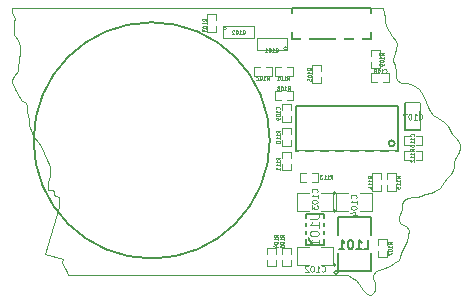
<source format=gbo>
G04 (created by PCBNEW (2013-may-18)-stable) date Mon 02 Nov 2015 08:05:35 PM CST*
%MOIN*%
G04 Gerber Fmt 3.4, Leading zero omitted, Abs format*
%FSLAX34Y34*%
G01*
G70*
G90*
G04 APERTURE LIST*
%ADD10C,0.00590551*%
%ADD11C,0.00393701*%
%ADD12C,0.005*%
%ADD13C,0.0031*%
%ADD14C,0.0039*%
%ADD15C,0.0028*%
%ADD16C,0.003*%
%ADD17C,0.0043*%
%ADD18C,0.0045*%
%ADD19C,0.03*%
%ADD20R,0.0393701X0.015748*%
%ADD21R,0.0275591X0.0590551*%
%ADD22C,0.0354331*%
%ADD23R,0.0354331X0.0590551*%
%ADD24R,0.023622X0.0590551*%
%ADD25C,0.7*%
%ADD26R,0.0315X0.0394*%
%ADD27R,0.1X0.05*%
%ADD28R,0.035X0.055*%
%ADD29R,0.045X0.025*%
%ADD30R,0.0236X0.0157*%
%ADD31R,0.0157X0.0236*%
G04 APERTURE END LIST*
G54D10*
G54D11*
X73040Y-56360D02*
X73040Y-56200D01*
X73120Y-56440D02*
X73040Y-56360D01*
X73140Y-56540D02*
X73120Y-56440D01*
X73120Y-56620D02*
X73140Y-56540D01*
X73100Y-56840D02*
X73120Y-56620D01*
X73100Y-57080D02*
X73100Y-56840D01*
X73160Y-57120D02*
X73100Y-57080D01*
X73260Y-57240D02*
X73160Y-57120D01*
X73300Y-57440D02*
X73260Y-57240D01*
X73320Y-57700D02*
X73300Y-57440D01*
X73280Y-57880D02*
X73320Y-57700D01*
X73260Y-58180D02*
X73280Y-57880D01*
X73240Y-58280D02*
X73260Y-58180D01*
X73100Y-58460D02*
X73240Y-58280D01*
X73040Y-58600D02*
X73100Y-58460D01*
X73040Y-58700D02*
X73040Y-58600D01*
X73100Y-58780D02*
X73040Y-58700D01*
X73160Y-58880D02*
X73100Y-58780D01*
X73300Y-59200D02*
X73160Y-58880D01*
X73380Y-59280D02*
X73300Y-59200D01*
X73480Y-59320D02*
X73380Y-59280D01*
X73540Y-59420D02*
X73480Y-59320D01*
X73560Y-59640D02*
X73540Y-59420D01*
X73620Y-59880D02*
X73560Y-59640D01*
X73620Y-60080D02*
X73620Y-59880D01*
X73700Y-60360D02*
X73620Y-60080D01*
X73780Y-60500D02*
X73700Y-60360D01*
X73900Y-60640D02*
X73780Y-60500D01*
X74000Y-60800D02*
X73900Y-60640D01*
X74220Y-61240D02*
X74000Y-60800D01*
X74300Y-61440D02*
X74220Y-61240D01*
X74300Y-61620D02*
X74300Y-61440D01*
X74300Y-61800D02*
X74300Y-61620D01*
X74260Y-61980D02*
X74300Y-61800D01*
X74240Y-62160D02*
X74260Y-61980D01*
X74260Y-62240D02*
X74240Y-62160D01*
X74420Y-62240D02*
X74260Y-62240D01*
X74460Y-62320D02*
X74420Y-62240D01*
X74460Y-62420D02*
X74460Y-62320D01*
X74500Y-62460D02*
X74460Y-62420D01*
X74600Y-62480D02*
X74500Y-62460D01*
X74620Y-62520D02*
X74600Y-62480D01*
X74620Y-62600D02*
X74620Y-62520D01*
X74620Y-62700D02*
X74620Y-62600D01*
X74620Y-62820D02*
X74620Y-62700D01*
X74140Y-64380D02*
X74620Y-62820D01*
X74740Y-64540D02*
X74140Y-64380D01*
X74720Y-64660D02*
X74740Y-64540D01*
X74740Y-64760D02*
X74720Y-64660D01*
X74820Y-64860D02*
X74740Y-64760D01*
X74880Y-64980D02*
X74820Y-64860D01*
X74900Y-65100D02*
X74880Y-64980D01*
X84240Y-65100D02*
X74900Y-65100D01*
X84380Y-65180D02*
X84240Y-65100D01*
X84500Y-65260D02*
X84380Y-65180D01*
X84600Y-65380D02*
X84500Y-65260D01*
X84740Y-65580D02*
X84600Y-65380D01*
X84860Y-65700D02*
X84740Y-65580D01*
X84940Y-65760D02*
X84860Y-65700D01*
X85020Y-65740D02*
X84940Y-65760D01*
X85100Y-65640D02*
X85020Y-65740D01*
X85160Y-65580D02*
X85100Y-65640D01*
X85160Y-65460D02*
X85160Y-65580D01*
X85140Y-65340D02*
X85160Y-65460D01*
X85080Y-65180D02*
X85140Y-65340D01*
X85080Y-65100D02*
X85080Y-65180D01*
X85180Y-64960D02*
X85080Y-65100D01*
X85380Y-64880D02*
X85180Y-64960D01*
X85640Y-64780D02*
X85380Y-64880D01*
X85780Y-64700D02*
X85640Y-64780D01*
X85940Y-64580D02*
X85780Y-64700D01*
X85980Y-64480D02*
X85940Y-64580D01*
X86020Y-64360D02*
X85980Y-64480D01*
X86100Y-64140D02*
X86020Y-64360D01*
X86200Y-63940D02*
X86100Y-64140D01*
X86260Y-63800D02*
X86200Y-63940D01*
X86280Y-63580D02*
X86260Y-63800D01*
X86180Y-63460D02*
X86280Y-63580D01*
X86020Y-63380D02*
X86180Y-63460D01*
X85940Y-63280D02*
X86020Y-63380D01*
X85940Y-63140D02*
X85940Y-63280D01*
X86060Y-62900D02*
X85940Y-63140D01*
X86060Y-62720D02*
X86060Y-62900D01*
X86120Y-62580D02*
X86060Y-62720D01*
X86260Y-62520D02*
X86120Y-62580D01*
X86420Y-62500D02*
X86260Y-62520D01*
X86540Y-62500D02*
X86420Y-62500D01*
X86680Y-62460D02*
X86540Y-62500D01*
X86820Y-62400D02*
X86680Y-62460D01*
X87000Y-62360D02*
X86820Y-62400D01*
X87160Y-62280D02*
X87000Y-62360D01*
X87320Y-62180D02*
X87160Y-62280D01*
X87440Y-62000D02*
X87320Y-62180D01*
X87540Y-61840D02*
X87440Y-62000D01*
X87680Y-61720D02*
X87540Y-61840D01*
X87760Y-61600D02*
X87680Y-61720D01*
X87780Y-61480D02*
X87760Y-61600D01*
X87780Y-61320D02*
X87780Y-61480D01*
X87820Y-61220D02*
X87780Y-61320D01*
X87940Y-61000D02*
X87820Y-61220D01*
X87980Y-60860D02*
X87940Y-61000D01*
X87980Y-60740D02*
X87980Y-60860D01*
X87940Y-60640D02*
X87980Y-60740D01*
X87840Y-60520D02*
X87940Y-60640D01*
X87720Y-60380D02*
X87840Y-60520D01*
X87660Y-60240D02*
X87720Y-60380D01*
X87580Y-60120D02*
X87660Y-60240D01*
X87440Y-59980D02*
X87580Y-60120D01*
X87260Y-59860D02*
X87440Y-59980D01*
X87080Y-59740D02*
X87260Y-59860D01*
X86980Y-59620D02*
X87080Y-59740D01*
X86920Y-59500D02*
X86980Y-59620D01*
X86840Y-59320D02*
X86920Y-59500D01*
X86740Y-59100D02*
X86840Y-59320D01*
X86600Y-58880D02*
X86740Y-59100D01*
X86420Y-58740D02*
X86600Y-58880D01*
X86200Y-58700D02*
X86420Y-58740D01*
X86020Y-58680D02*
X86200Y-58700D01*
X85880Y-58600D02*
X86020Y-58680D01*
X85840Y-58480D02*
X85880Y-58600D01*
X85840Y-58320D02*
X85840Y-58480D01*
X85800Y-58100D02*
X85840Y-58320D01*
X85740Y-57960D02*
X85800Y-58100D01*
X85740Y-57880D02*
X85740Y-57960D01*
X85800Y-57680D02*
X85740Y-57880D01*
X85860Y-57540D02*
X85800Y-57680D01*
X85880Y-57400D02*
X85860Y-57540D01*
X85840Y-57280D02*
X85880Y-57400D01*
X85700Y-57120D02*
X85840Y-57280D01*
X85600Y-56960D02*
X85700Y-57120D01*
X85520Y-56780D02*
X85600Y-56960D01*
X85480Y-56620D02*
X85520Y-56780D01*
X85480Y-56480D02*
X85480Y-56620D01*
X85450Y-56350D02*
X85480Y-56480D01*
X85400Y-56200D02*
X85450Y-56350D01*
X73050Y-56200D02*
X85400Y-56200D01*
G54D12*
X82850Y-63750D02*
X83050Y-64050D01*
X82850Y-63050D02*
X82850Y-64075D01*
X82850Y-64075D02*
X83450Y-64075D01*
X83450Y-64075D02*
X83450Y-63050D01*
X83450Y-63050D02*
X82850Y-63050D01*
G54D10*
X82381Y-57211D02*
X82381Y-56188D01*
X85018Y-57211D02*
X85018Y-56188D01*
X82381Y-56188D02*
X85018Y-56188D01*
X82381Y-57211D02*
X85018Y-57211D01*
X85800Y-60700D02*
G75*
G03X85800Y-60700I-100J0D01*
G74*
G01*
X85900Y-59450D02*
X82500Y-59450D01*
X82500Y-59450D02*
X82500Y-60950D01*
X82500Y-60950D02*
X85900Y-60950D01*
X85900Y-60950D02*
X85900Y-59450D01*
X81637Y-60600D02*
G75*
G03X81637Y-60600I-3937J0D01*
G74*
G01*
G54D13*
X80199Y-56862D02*
G75*
G03X80199Y-56862I-62J0D01*
G74*
G01*
X81100Y-57200D02*
X81100Y-56800D01*
X80075Y-57200D02*
X80075Y-56800D01*
X81100Y-56800D02*
X80075Y-56800D01*
X80075Y-57200D02*
X81100Y-57200D01*
X82225Y-57538D02*
G75*
G03X82225Y-57538I-62J0D01*
G74*
G01*
X81200Y-57200D02*
X81200Y-57600D01*
X82225Y-57200D02*
X82225Y-57600D01*
X81200Y-57600D02*
X82225Y-57600D01*
X82225Y-57200D02*
X81200Y-57200D01*
G54D12*
X83920Y-65000D02*
G75*
G03X83920Y-65000I-70J0D01*
G74*
G01*
X85000Y-64350D02*
X85000Y-64950D01*
X85000Y-64950D02*
X83900Y-64950D01*
X83900Y-64950D02*
X83900Y-64350D01*
X83900Y-63750D02*
X83900Y-63150D01*
X83900Y-63150D02*
X85000Y-63150D01*
X85000Y-63150D02*
X85000Y-63750D01*
G54D14*
X83850Y-62950D02*
G75*
G03X83850Y-62950I-50J0D01*
G74*
G01*
X83350Y-62950D02*
X83750Y-62950D01*
X83750Y-62950D02*
X83750Y-62350D01*
X83750Y-62350D02*
X83350Y-62350D01*
X82950Y-62350D02*
X82550Y-62350D01*
X82550Y-62350D02*
X82550Y-62950D01*
X82550Y-62950D02*
X82950Y-62950D01*
X83850Y-62350D02*
G75*
G03X83850Y-62350I-50J0D01*
G74*
G01*
X84250Y-62350D02*
X83850Y-62350D01*
X83850Y-62350D02*
X83850Y-62950D01*
X83850Y-62950D02*
X84250Y-62950D01*
X84650Y-62950D02*
X85050Y-62950D01*
X85050Y-62950D02*
X85050Y-62350D01*
X85050Y-62350D02*
X84650Y-62350D01*
X83850Y-64750D02*
G75*
G03X83850Y-64750I-50J0D01*
G74*
G01*
X83350Y-64750D02*
X83750Y-64750D01*
X83750Y-64750D02*
X83750Y-64150D01*
X83750Y-64150D02*
X83350Y-64150D01*
X82950Y-64150D02*
X82550Y-64150D01*
X82550Y-64150D02*
X82550Y-64750D01*
X82550Y-64750D02*
X82950Y-64750D01*
G54D12*
X86150Y-59350D02*
X86150Y-60250D01*
X86150Y-60250D02*
X86650Y-60250D01*
X86650Y-60250D02*
X86650Y-59350D01*
X86650Y-59350D02*
X86150Y-59350D01*
G54D15*
X82350Y-64600D02*
X82350Y-64800D01*
X82350Y-64800D02*
X82050Y-64800D01*
X82050Y-64800D02*
X82050Y-64600D01*
X82350Y-64400D02*
X82350Y-64200D01*
X82350Y-64200D02*
X82050Y-64200D01*
X82050Y-64200D02*
X82050Y-64400D01*
X82850Y-62000D02*
X82650Y-62000D01*
X82650Y-62000D02*
X82650Y-61700D01*
X82650Y-61700D02*
X82850Y-61700D01*
X83050Y-62000D02*
X83250Y-62000D01*
X83250Y-62000D02*
X83250Y-61700D01*
X83250Y-61700D02*
X83050Y-61700D01*
X85850Y-62100D02*
X85850Y-62300D01*
X85850Y-62300D02*
X85550Y-62300D01*
X85550Y-62300D02*
X85550Y-62100D01*
X85850Y-61900D02*
X85850Y-61700D01*
X85850Y-61700D02*
X85550Y-61700D01*
X85550Y-61700D02*
X85550Y-61900D01*
X82350Y-59800D02*
X82350Y-60000D01*
X82350Y-60000D02*
X82050Y-60000D01*
X82050Y-60000D02*
X82050Y-59800D01*
X82350Y-59600D02*
X82350Y-59400D01*
X82350Y-59400D02*
X82050Y-59400D01*
X82050Y-59400D02*
X82050Y-59600D01*
X81550Y-64400D02*
X81550Y-64200D01*
X81550Y-64200D02*
X81850Y-64200D01*
X81850Y-64200D02*
X81850Y-64400D01*
X81550Y-64600D02*
X81550Y-64800D01*
X81550Y-64800D02*
X81850Y-64800D01*
X81850Y-64800D02*
X81850Y-64600D01*
X82200Y-58150D02*
X82400Y-58150D01*
X82400Y-58150D02*
X82400Y-58450D01*
X82400Y-58450D02*
X82200Y-58450D01*
X82000Y-58150D02*
X81800Y-58150D01*
X81800Y-58150D02*
X81800Y-58450D01*
X81800Y-58450D02*
X82000Y-58450D01*
X82350Y-60600D02*
X82350Y-60800D01*
X82350Y-60800D02*
X82050Y-60800D01*
X82050Y-60800D02*
X82050Y-60600D01*
X82350Y-60400D02*
X82350Y-60200D01*
X82350Y-60200D02*
X82050Y-60200D01*
X82050Y-60200D02*
X82050Y-60400D01*
X85250Y-64100D02*
X85250Y-63900D01*
X85250Y-63900D02*
X85550Y-63900D01*
X85550Y-63900D02*
X85550Y-64100D01*
X85250Y-64300D02*
X85250Y-64500D01*
X85250Y-64500D02*
X85550Y-64500D01*
X85550Y-64500D02*
X85550Y-64300D01*
X85300Y-58000D02*
X85300Y-58200D01*
X85300Y-58200D02*
X85000Y-58200D01*
X85000Y-58200D02*
X85000Y-58000D01*
X85300Y-57800D02*
X85300Y-57600D01*
X85300Y-57600D02*
X85000Y-57600D01*
X85000Y-57600D02*
X85000Y-57800D01*
X86500Y-60450D02*
X86700Y-60450D01*
X86700Y-60450D02*
X86700Y-60750D01*
X86700Y-60750D02*
X86500Y-60750D01*
X86300Y-60450D02*
X86100Y-60450D01*
X86100Y-60450D02*
X86100Y-60750D01*
X86100Y-60750D02*
X86300Y-60750D01*
X86300Y-61250D02*
X86100Y-61250D01*
X86100Y-61250D02*
X86100Y-60950D01*
X86100Y-60950D02*
X86300Y-60950D01*
X86500Y-61250D02*
X86700Y-61250D01*
X86700Y-61250D02*
X86700Y-60950D01*
X86700Y-60950D02*
X86500Y-60950D01*
X85400Y-58350D02*
X85600Y-58350D01*
X85600Y-58350D02*
X85600Y-58650D01*
X85600Y-58650D02*
X85400Y-58650D01*
X85200Y-58350D02*
X85000Y-58350D01*
X85000Y-58350D02*
X85000Y-58650D01*
X85000Y-58650D02*
X85200Y-58650D01*
X82350Y-61400D02*
X82350Y-61600D01*
X82350Y-61600D02*
X82050Y-61600D01*
X82050Y-61600D02*
X82050Y-61400D01*
X82350Y-61200D02*
X82350Y-61000D01*
X82350Y-61000D02*
X82050Y-61000D01*
X82050Y-61000D02*
X82050Y-61200D01*
X82000Y-59250D02*
X81800Y-59250D01*
X81800Y-59250D02*
X81800Y-58950D01*
X81800Y-58950D02*
X82000Y-58950D01*
X82200Y-59250D02*
X82400Y-59250D01*
X82400Y-59250D02*
X82400Y-58950D01*
X82400Y-58950D02*
X82200Y-58950D01*
X81500Y-58150D02*
X81700Y-58150D01*
X81700Y-58150D02*
X81700Y-58450D01*
X81700Y-58450D02*
X81500Y-58450D01*
X81300Y-58150D02*
X81100Y-58150D01*
X81100Y-58150D02*
X81100Y-58450D01*
X81100Y-58450D02*
X81300Y-58450D01*
X85350Y-62100D02*
X85350Y-62300D01*
X85350Y-62300D02*
X85050Y-62300D01*
X85050Y-62300D02*
X85050Y-62100D01*
X85350Y-61900D02*
X85350Y-61700D01*
X85350Y-61700D02*
X85050Y-61700D01*
X85050Y-61700D02*
X85050Y-61900D01*
X79550Y-56600D02*
X79550Y-56400D01*
X79550Y-56400D02*
X79850Y-56400D01*
X79850Y-56400D02*
X79850Y-56600D01*
X79550Y-56800D02*
X79550Y-57000D01*
X79550Y-57000D02*
X79850Y-57000D01*
X79850Y-57000D02*
X79850Y-56800D01*
X83050Y-58300D02*
X83050Y-58100D01*
X83050Y-58100D02*
X83350Y-58100D01*
X83350Y-58100D02*
X83350Y-58300D01*
X83050Y-58500D02*
X83050Y-58700D01*
X83050Y-58700D02*
X83350Y-58700D01*
X83350Y-58700D02*
X83350Y-58500D01*
G54D16*
X82971Y-63035D02*
X83214Y-63035D01*
X83242Y-63050D01*
X83257Y-63064D01*
X83271Y-63092D01*
X83271Y-63150D01*
X83257Y-63178D01*
X83242Y-63192D01*
X83214Y-63207D01*
X82971Y-63207D01*
X83271Y-63507D02*
X83271Y-63335D01*
X83271Y-63421D02*
X82971Y-63421D01*
X83014Y-63392D01*
X83042Y-63364D01*
X83057Y-63335D01*
X82971Y-63692D02*
X82971Y-63721D01*
X82985Y-63750D01*
X83000Y-63764D01*
X83028Y-63778D01*
X83085Y-63792D01*
X83157Y-63792D01*
X83214Y-63778D01*
X83242Y-63764D01*
X83257Y-63750D01*
X83271Y-63721D01*
X83271Y-63692D01*
X83257Y-63664D01*
X83242Y-63650D01*
X83214Y-63635D01*
X83157Y-63621D01*
X83085Y-63621D01*
X83028Y-63635D01*
X83000Y-63650D01*
X82985Y-63664D01*
X82971Y-63692D01*
X83271Y-64078D02*
X83271Y-63907D01*
X83271Y-63992D02*
X82971Y-63992D01*
X83014Y-63964D01*
X83042Y-63935D01*
X83057Y-63907D01*
G54D15*
X80725Y-57060D02*
X80737Y-57054D01*
X80748Y-57042D01*
X80765Y-57025D01*
X80777Y-57020D01*
X80788Y-57020D01*
X80782Y-57048D02*
X80794Y-57042D01*
X80805Y-57031D01*
X80811Y-57008D01*
X80811Y-56968D01*
X80805Y-56945D01*
X80794Y-56934D01*
X80782Y-56928D01*
X80760Y-56928D01*
X80748Y-56934D01*
X80737Y-56945D01*
X80731Y-56968D01*
X80731Y-57008D01*
X80737Y-57031D01*
X80748Y-57042D01*
X80760Y-57048D01*
X80782Y-57048D01*
X80617Y-57048D02*
X80685Y-57048D01*
X80651Y-57048D02*
X80651Y-56928D01*
X80662Y-56945D01*
X80674Y-56957D01*
X80685Y-56962D01*
X80542Y-56928D02*
X80531Y-56928D01*
X80520Y-56934D01*
X80514Y-56940D01*
X80508Y-56951D01*
X80502Y-56974D01*
X80502Y-57002D01*
X80508Y-57025D01*
X80514Y-57037D01*
X80520Y-57042D01*
X80531Y-57048D01*
X80542Y-57048D01*
X80554Y-57042D01*
X80560Y-57037D01*
X80565Y-57025D01*
X80571Y-57002D01*
X80571Y-56974D01*
X80565Y-56951D01*
X80560Y-56940D01*
X80554Y-56934D01*
X80542Y-56928D01*
X80457Y-56940D02*
X80451Y-56934D01*
X80440Y-56928D01*
X80411Y-56928D01*
X80400Y-56934D01*
X80394Y-56940D01*
X80388Y-56951D01*
X80388Y-56962D01*
X80394Y-56980D01*
X80462Y-57048D01*
X80388Y-57048D01*
X81825Y-57660D02*
X81837Y-57654D01*
X81848Y-57642D01*
X81865Y-57625D01*
X81877Y-57620D01*
X81888Y-57620D01*
X81882Y-57648D02*
X81894Y-57642D01*
X81905Y-57631D01*
X81911Y-57608D01*
X81911Y-57568D01*
X81905Y-57545D01*
X81894Y-57534D01*
X81882Y-57528D01*
X81860Y-57528D01*
X81848Y-57534D01*
X81837Y-57545D01*
X81831Y-57568D01*
X81831Y-57608D01*
X81837Y-57631D01*
X81848Y-57642D01*
X81860Y-57648D01*
X81882Y-57648D01*
X81717Y-57648D02*
X81785Y-57648D01*
X81751Y-57648D02*
X81751Y-57528D01*
X81762Y-57545D01*
X81774Y-57557D01*
X81785Y-57562D01*
X81642Y-57528D02*
X81631Y-57528D01*
X81620Y-57534D01*
X81614Y-57540D01*
X81608Y-57551D01*
X81602Y-57574D01*
X81602Y-57602D01*
X81608Y-57625D01*
X81614Y-57637D01*
X81620Y-57642D01*
X81631Y-57648D01*
X81642Y-57648D01*
X81654Y-57642D01*
X81660Y-57637D01*
X81665Y-57625D01*
X81671Y-57602D01*
X81671Y-57574D01*
X81665Y-57551D01*
X81660Y-57540D01*
X81654Y-57534D01*
X81642Y-57528D01*
X81488Y-57648D02*
X81557Y-57648D01*
X81522Y-57648D02*
X81522Y-57528D01*
X81534Y-57545D01*
X81545Y-57557D01*
X81557Y-57562D01*
G54D12*
X84785Y-64221D02*
X84928Y-64221D01*
X84928Y-63921D01*
X84528Y-64221D02*
X84699Y-64221D01*
X84614Y-64221D02*
X84614Y-63921D01*
X84642Y-63964D01*
X84671Y-63992D01*
X84699Y-64007D01*
X84342Y-63921D02*
X84314Y-63921D01*
X84285Y-63935D01*
X84271Y-63950D01*
X84257Y-63978D01*
X84242Y-64035D01*
X84242Y-64107D01*
X84257Y-64164D01*
X84271Y-64192D01*
X84285Y-64207D01*
X84314Y-64221D01*
X84342Y-64221D01*
X84371Y-64207D01*
X84385Y-64192D01*
X84399Y-64164D01*
X84414Y-64107D01*
X84414Y-64035D01*
X84399Y-63978D01*
X84385Y-63950D01*
X84371Y-63935D01*
X84342Y-63921D01*
X83957Y-64221D02*
X84128Y-64221D01*
X84042Y-64221D02*
X84042Y-63921D01*
X84071Y-63964D01*
X84100Y-63992D01*
X84128Y-64007D01*
G54D17*
X83210Y-62329D02*
X83220Y-62320D01*
X83229Y-62292D01*
X83229Y-62273D01*
X83220Y-62245D01*
X83201Y-62226D01*
X83182Y-62216D01*
X83145Y-62207D01*
X83117Y-62207D01*
X83079Y-62216D01*
X83060Y-62226D01*
X83042Y-62245D01*
X83032Y-62273D01*
X83032Y-62292D01*
X83042Y-62320D01*
X83051Y-62329D01*
X83229Y-62517D02*
X83229Y-62404D01*
X83229Y-62460D02*
X83032Y-62460D01*
X83060Y-62442D01*
X83079Y-62423D01*
X83089Y-62404D01*
X83032Y-62639D02*
X83032Y-62657D01*
X83042Y-62676D01*
X83051Y-62686D01*
X83070Y-62695D01*
X83107Y-62704D01*
X83154Y-62704D01*
X83192Y-62695D01*
X83210Y-62686D01*
X83220Y-62676D01*
X83229Y-62657D01*
X83229Y-62639D01*
X83220Y-62620D01*
X83210Y-62610D01*
X83192Y-62601D01*
X83154Y-62592D01*
X83107Y-62592D01*
X83070Y-62601D01*
X83051Y-62610D01*
X83042Y-62620D01*
X83032Y-62639D01*
X83032Y-62770D02*
X83032Y-62892D01*
X83107Y-62826D01*
X83107Y-62854D01*
X83117Y-62873D01*
X83126Y-62883D01*
X83145Y-62892D01*
X83192Y-62892D01*
X83210Y-62883D01*
X83220Y-62873D01*
X83229Y-62854D01*
X83229Y-62798D01*
X83220Y-62779D01*
X83210Y-62770D01*
X84510Y-62529D02*
X84520Y-62520D01*
X84529Y-62492D01*
X84529Y-62473D01*
X84520Y-62445D01*
X84501Y-62426D01*
X84482Y-62416D01*
X84445Y-62407D01*
X84417Y-62407D01*
X84379Y-62416D01*
X84360Y-62426D01*
X84342Y-62445D01*
X84332Y-62473D01*
X84332Y-62492D01*
X84342Y-62520D01*
X84351Y-62529D01*
X84529Y-62717D02*
X84529Y-62604D01*
X84529Y-62660D02*
X84332Y-62660D01*
X84360Y-62642D01*
X84379Y-62623D01*
X84389Y-62604D01*
X84332Y-62839D02*
X84332Y-62857D01*
X84342Y-62876D01*
X84351Y-62886D01*
X84370Y-62895D01*
X84407Y-62904D01*
X84454Y-62904D01*
X84492Y-62895D01*
X84510Y-62886D01*
X84520Y-62876D01*
X84529Y-62857D01*
X84529Y-62839D01*
X84520Y-62820D01*
X84510Y-62810D01*
X84492Y-62801D01*
X84454Y-62792D01*
X84407Y-62792D01*
X84370Y-62801D01*
X84351Y-62810D01*
X84342Y-62820D01*
X84332Y-62839D01*
X84398Y-63073D02*
X84529Y-63073D01*
X84323Y-63026D02*
X84464Y-62979D01*
X84464Y-63101D01*
X83370Y-64960D02*
X83379Y-64970D01*
X83407Y-64979D01*
X83426Y-64979D01*
X83454Y-64970D01*
X83473Y-64951D01*
X83483Y-64932D01*
X83492Y-64895D01*
X83492Y-64867D01*
X83483Y-64829D01*
X83473Y-64810D01*
X83454Y-64792D01*
X83426Y-64782D01*
X83407Y-64782D01*
X83379Y-64792D01*
X83370Y-64801D01*
X83182Y-64979D02*
X83295Y-64979D01*
X83239Y-64979D02*
X83239Y-64782D01*
X83257Y-64810D01*
X83276Y-64829D01*
X83295Y-64839D01*
X83060Y-64782D02*
X83042Y-64782D01*
X83023Y-64792D01*
X83013Y-64801D01*
X83004Y-64820D01*
X82995Y-64857D01*
X82995Y-64904D01*
X83004Y-64942D01*
X83013Y-64960D01*
X83023Y-64970D01*
X83042Y-64979D01*
X83060Y-64979D01*
X83079Y-64970D01*
X83089Y-64960D01*
X83098Y-64942D01*
X83107Y-64904D01*
X83107Y-64857D01*
X83098Y-64820D01*
X83089Y-64801D01*
X83079Y-64792D01*
X83060Y-64782D01*
X82920Y-64801D02*
X82910Y-64792D01*
X82892Y-64782D01*
X82845Y-64782D01*
X82826Y-64792D01*
X82816Y-64801D01*
X82807Y-64820D01*
X82807Y-64839D01*
X82816Y-64867D01*
X82929Y-64979D01*
X82807Y-64979D01*
G54D18*
X86601Y-59886D02*
X86610Y-59896D01*
X86635Y-59905D01*
X86652Y-59905D01*
X86678Y-59896D01*
X86695Y-59877D01*
X86704Y-59858D01*
X86712Y-59820D01*
X86712Y-59791D01*
X86704Y-59753D01*
X86695Y-59734D01*
X86678Y-59715D01*
X86652Y-59705D01*
X86635Y-59705D01*
X86610Y-59715D01*
X86601Y-59725D01*
X86430Y-59905D02*
X86532Y-59905D01*
X86481Y-59905D02*
X86481Y-59705D01*
X86498Y-59734D01*
X86515Y-59753D01*
X86532Y-59763D01*
X86318Y-59705D02*
X86301Y-59705D01*
X86284Y-59715D01*
X86275Y-59725D01*
X86267Y-59744D01*
X86258Y-59782D01*
X86258Y-59829D01*
X86267Y-59867D01*
X86275Y-59886D01*
X86284Y-59896D01*
X86301Y-59905D01*
X86318Y-59905D01*
X86335Y-59896D01*
X86344Y-59886D01*
X86352Y-59867D01*
X86361Y-59829D01*
X86361Y-59782D01*
X86352Y-59744D01*
X86344Y-59725D01*
X86335Y-59715D01*
X86318Y-59705D01*
X86198Y-59705D02*
X86078Y-59705D01*
X86155Y-59905D01*
G54D15*
X82105Y-63815D02*
X82040Y-63775D01*
X82105Y-63747D02*
X81967Y-63747D01*
X81967Y-63792D01*
X81974Y-63804D01*
X81981Y-63810D01*
X81994Y-63815D01*
X82013Y-63815D01*
X82027Y-63810D01*
X82033Y-63804D01*
X82040Y-63792D01*
X82040Y-63747D01*
X82105Y-63930D02*
X82105Y-63861D01*
X82105Y-63895D02*
X81967Y-63895D01*
X81987Y-63884D01*
X82000Y-63872D01*
X82007Y-63861D01*
X81967Y-64004D02*
X81967Y-64015D01*
X81974Y-64027D01*
X81981Y-64032D01*
X81994Y-64038D01*
X82020Y-64044D01*
X82053Y-64044D01*
X82079Y-64038D01*
X82092Y-64032D01*
X82099Y-64027D01*
X82105Y-64015D01*
X82105Y-64004D01*
X82099Y-63992D01*
X82092Y-63987D01*
X82079Y-63981D01*
X82053Y-63975D01*
X82020Y-63975D01*
X81994Y-63981D01*
X81981Y-63987D01*
X81974Y-63992D01*
X81967Y-64004D01*
X81967Y-64147D02*
X81967Y-64124D01*
X81974Y-64112D01*
X81981Y-64107D01*
X82000Y-64095D01*
X82027Y-64090D01*
X82079Y-64090D01*
X82092Y-64095D01*
X82099Y-64101D01*
X82105Y-64112D01*
X82105Y-64135D01*
X82099Y-64147D01*
X82092Y-64152D01*
X82079Y-64158D01*
X82046Y-64158D01*
X82033Y-64152D01*
X82027Y-64147D01*
X82020Y-64135D01*
X82020Y-64112D01*
X82027Y-64101D01*
X82033Y-64095D01*
X82046Y-64090D01*
X83659Y-61880D02*
X83699Y-61815D01*
X83727Y-61880D02*
X83727Y-61742D01*
X83682Y-61742D01*
X83670Y-61749D01*
X83665Y-61756D01*
X83659Y-61769D01*
X83659Y-61788D01*
X83665Y-61802D01*
X83670Y-61808D01*
X83682Y-61815D01*
X83727Y-61815D01*
X83545Y-61880D02*
X83613Y-61880D01*
X83579Y-61880D02*
X83579Y-61742D01*
X83590Y-61762D01*
X83602Y-61775D01*
X83613Y-61782D01*
X83430Y-61880D02*
X83499Y-61880D01*
X83465Y-61880D02*
X83465Y-61742D01*
X83476Y-61762D01*
X83487Y-61775D01*
X83499Y-61782D01*
X83390Y-61742D02*
X83316Y-61742D01*
X83356Y-61795D01*
X83339Y-61795D01*
X83327Y-61802D01*
X83322Y-61808D01*
X83316Y-61821D01*
X83316Y-61854D01*
X83322Y-61867D01*
X83327Y-61874D01*
X83339Y-61880D01*
X83373Y-61880D01*
X83385Y-61874D01*
X83390Y-61867D01*
X85980Y-61865D02*
X85915Y-61825D01*
X85980Y-61797D02*
X85842Y-61797D01*
X85842Y-61842D01*
X85849Y-61854D01*
X85856Y-61860D01*
X85869Y-61865D01*
X85888Y-61865D01*
X85902Y-61860D01*
X85908Y-61854D01*
X85915Y-61842D01*
X85915Y-61797D01*
X85980Y-61980D02*
X85980Y-61911D01*
X85980Y-61945D02*
X85842Y-61945D01*
X85862Y-61934D01*
X85875Y-61922D01*
X85882Y-61911D01*
X85980Y-62094D02*
X85980Y-62025D01*
X85980Y-62060D02*
X85842Y-62060D01*
X85862Y-62048D01*
X85875Y-62037D01*
X85882Y-62025D01*
X85842Y-62202D02*
X85842Y-62145D01*
X85908Y-62140D01*
X85902Y-62145D01*
X85895Y-62157D01*
X85895Y-62185D01*
X85902Y-62197D01*
X85908Y-62202D01*
X85921Y-62208D01*
X85954Y-62208D01*
X85967Y-62202D01*
X85974Y-62197D01*
X85980Y-62185D01*
X85980Y-62157D01*
X85974Y-62145D01*
X85967Y-62140D01*
X81967Y-59565D02*
X81974Y-59560D01*
X81980Y-59542D01*
X81980Y-59531D01*
X81974Y-59514D01*
X81961Y-59502D01*
X81948Y-59497D01*
X81921Y-59491D01*
X81902Y-59491D01*
X81875Y-59497D01*
X81862Y-59502D01*
X81849Y-59514D01*
X81842Y-59531D01*
X81842Y-59542D01*
X81849Y-59560D01*
X81856Y-59565D01*
X81980Y-59680D02*
X81980Y-59611D01*
X81980Y-59645D02*
X81842Y-59645D01*
X81862Y-59634D01*
X81875Y-59622D01*
X81882Y-59611D01*
X81842Y-59754D02*
X81842Y-59765D01*
X81849Y-59777D01*
X81856Y-59782D01*
X81869Y-59788D01*
X81895Y-59794D01*
X81928Y-59794D01*
X81954Y-59788D01*
X81967Y-59782D01*
X81974Y-59777D01*
X81980Y-59765D01*
X81980Y-59754D01*
X81974Y-59742D01*
X81967Y-59737D01*
X81954Y-59731D01*
X81928Y-59725D01*
X81895Y-59725D01*
X81869Y-59731D01*
X81856Y-59737D01*
X81849Y-59742D01*
X81842Y-59754D01*
X81980Y-59851D02*
X81980Y-59874D01*
X81974Y-59885D01*
X81967Y-59891D01*
X81948Y-59902D01*
X81921Y-59908D01*
X81869Y-59908D01*
X81856Y-59902D01*
X81849Y-59897D01*
X81842Y-59885D01*
X81842Y-59862D01*
X81849Y-59851D01*
X81856Y-59845D01*
X81869Y-59840D01*
X81902Y-59840D01*
X81915Y-59845D01*
X81921Y-59851D01*
X81928Y-59862D01*
X81928Y-59885D01*
X81921Y-59897D01*
X81915Y-59902D01*
X81902Y-59908D01*
X81905Y-63815D02*
X81840Y-63775D01*
X81905Y-63747D02*
X81767Y-63747D01*
X81767Y-63792D01*
X81774Y-63804D01*
X81781Y-63810D01*
X81794Y-63815D01*
X81813Y-63815D01*
X81827Y-63810D01*
X81833Y-63804D01*
X81840Y-63792D01*
X81840Y-63747D01*
X81905Y-63930D02*
X81905Y-63861D01*
X81905Y-63895D02*
X81767Y-63895D01*
X81787Y-63884D01*
X81800Y-63872D01*
X81807Y-63861D01*
X81767Y-64004D02*
X81767Y-64015D01*
X81774Y-64027D01*
X81781Y-64032D01*
X81794Y-64038D01*
X81820Y-64044D01*
X81853Y-64044D01*
X81879Y-64038D01*
X81892Y-64032D01*
X81899Y-64027D01*
X81905Y-64015D01*
X81905Y-64004D01*
X81899Y-63992D01*
X81892Y-63987D01*
X81879Y-63981D01*
X81853Y-63975D01*
X81820Y-63975D01*
X81794Y-63981D01*
X81781Y-63987D01*
X81774Y-63992D01*
X81767Y-64004D01*
X81813Y-64147D02*
X81905Y-64147D01*
X81761Y-64118D02*
X81859Y-64090D01*
X81859Y-64164D01*
X82209Y-58580D02*
X82249Y-58515D01*
X82277Y-58580D02*
X82277Y-58442D01*
X82232Y-58442D01*
X82220Y-58449D01*
X82215Y-58456D01*
X82209Y-58469D01*
X82209Y-58488D01*
X82215Y-58502D01*
X82220Y-58508D01*
X82232Y-58515D01*
X82277Y-58515D01*
X82095Y-58580D02*
X82163Y-58580D01*
X82129Y-58580D02*
X82129Y-58442D01*
X82140Y-58462D01*
X82152Y-58475D01*
X82163Y-58482D01*
X82020Y-58442D02*
X82009Y-58442D01*
X81997Y-58449D01*
X81992Y-58456D01*
X81986Y-58469D01*
X81980Y-58495D01*
X81980Y-58528D01*
X81986Y-58554D01*
X81992Y-58567D01*
X81997Y-58574D01*
X82009Y-58580D01*
X82020Y-58580D01*
X82032Y-58574D01*
X82037Y-58567D01*
X82043Y-58554D01*
X82049Y-58528D01*
X82049Y-58495D01*
X82043Y-58469D01*
X82037Y-58456D01*
X82032Y-58449D01*
X82020Y-58442D01*
X81866Y-58580D02*
X81935Y-58580D01*
X81900Y-58580D02*
X81900Y-58442D01*
X81912Y-58462D01*
X81923Y-58475D01*
X81935Y-58482D01*
X81980Y-60340D02*
X81915Y-60300D01*
X81980Y-60272D02*
X81842Y-60272D01*
X81842Y-60317D01*
X81849Y-60329D01*
X81856Y-60335D01*
X81869Y-60340D01*
X81888Y-60340D01*
X81902Y-60335D01*
X81908Y-60329D01*
X81915Y-60317D01*
X81915Y-60272D01*
X81980Y-60455D02*
X81980Y-60386D01*
X81980Y-60420D02*
X81842Y-60420D01*
X81862Y-60409D01*
X81875Y-60397D01*
X81882Y-60386D01*
X81980Y-60569D02*
X81980Y-60500D01*
X81980Y-60535D02*
X81842Y-60535D01*
X81862Y-60523D01*
X81875Y-60512D01*
X81882Y-60500D01*
X81842Y-60643D02*
X81842Y-60655D01*
X81849Y-60666D01*
X81856Y-60672D01*
X81869Y-60677D01*
X81895Y-60683D01*
X81928Y-60683D01*
X81954Y-60677D01*
X81967Y-60672D01*
X81974Y-60666D01*
X81980Y-60655D01*
X81980Y-60643D01*
X81974Y-60632D01*
X81967Y-60626D01*
X81954Y-60620D01*
X81928Y-60615D01*
X81895Y-60615D01*
X81869Y-60620D01*
X81856Y-60626D01*
X81849Y-60632D01*
X81842Y-60643D01*
X85705Y-64065D02*
X85640Y-64025D01*
X85705Y-63997D02*
X85567Y-63997D01*
X85567Y-64042D01*
X85574Y-64054D01*
X85581Y-64060D01*
X85594Y-64065D01*
X85613Y-64065D01*
X85627Y-64060D01*
X85633Y-64054D01*
X85640Y-64042D01*
X85640Y-63997D01*
X85705Y-64180D02*
X85705Y-64111D01*
X85705Y-64145D02*
X85567Y-64145D01*
X85587Y-64134D01*
X85600Y-64122D01*
X85607Y-64111D01*
X85567Y-64254D02*
X85567Y-64265D01*
X85574Y-64277D01*
X85581Y-64282D01*
X85594Y-64288D01*
X85620Y-64294D01*
X85653Y-64294D01*
X85679Y-64288D01*
X85692Y-64282D01*
X85699Y-64277D01*
X85705Y-64265D01*
X85705Y-64254D01*
X85699Y-64242D01*
X85692Y-64237D01*
X85679Y-64231D01*
X85653Y-64225D01*
X85620Y-64225D01*
X85594Y-64231D01*
X85581Y-64237D01*
X85574Y-64242D01*
X85567Y-64254D01*
X85567Y-64334D02*
X85567Y-64414D01*
X85705Y-64362D01*
X85430Y-57765D02*
X85365Y-57725D01*
X85430Y-57697D02*
X85292Y-57697D01*
X85292Y-57742D01*
X85299Y-57754D01*
X85306Y-57760D01*
X85319Y-57765D01*
X85338Y-57765D01*
X85352Y-57760D01*
X85358Y-57754D01*
X85365Y-57742D01*
X85365Y-57697D01*
X85430Y-57880D02*
X85430Y-57811D01*
X85430Y-57845D02*
X85292Y-57845D01*
X85312Y-57834D01*
X85325Y-57822D01*
X85332Y-57811D01*
X85292Y-57954D02*
X85292Y-57965D01*
X85299Y-57977D01*
X85306Y-57982D01*
X85319Y-57988D01*
X85345Y-57994D01*
X85378Y-57994D01*
X85404Y-57988D01*
X85417Y-57982D01*
X85424Y-57977D01*
X85430Y-57965D01*
X85430Y-57954D01*
X85424Y-57942D01*
X85417Y-57937D01*
X85404Y-57931D01*
X85378Y-57925D01*
X85345Y-57925D01*
X85319Y-57931D01*
X85306Y-57937D01*
X85299Y-57942D01*
X85292Y-57954D01*
X85430Y-58051D02*
X85430Y-58074D01*
X85424Y-58085D01*
X85417Y-58091D01*
X85398Y-58102D01*
X85371Y-58108D01*
X85319Y-58108D01*
X85306Y-58102D01*
X85299Y-58097D01*
X85292Y-58085D01*
X85292Y-58062D01*
X85299Y-58051D01*
X85306Y-58045D01*
X85319Y-58040D01*
X85352Y-58040D01*
X85365Y-58045D01*
X85371Y-58051D01*
X85378Y-58062D01*
X85378Y-58085D01*
X85371Y-58097D01*
X85365Y-58102D01*
X85352Y-58108D01*
X86442Y-60465D02*
X86449Y-60460D01*
X86455Y-60442D01*
X86455Y-60431D01*
X86449Y-60414D01*
X86436Y-60402D01*
X86423Y-60397D01*
X86396Y-60391D01*
X86377Y-60391D01*
X86350Y-60397D01*
X86337Y-60402D01*
X86324Y-60414D01*
X86317Y-60431D01*
X86317Y-60442D01*
X86324Y-60460D01*
X86331Y-60465D01*
X86455Y-60580D02*
X86455Y-60511D01*
X86455Y-60545D02*
X86317Y-60545D01*
X86337Y-60534D01*
X86350Y-60522D01*
X86357Y-60511D01*
X86455Y-60694D02*
X86455Y-60625D01*
X86455Y-60660D02*
X86317Y-60660D01*
X86337Y-60648D01*
X86350Y-60637D01*
X86357Y-60625D01*
X86317Y-60768D02*
X86317Y-60780D01*
X86324Y-60791D01*
X86331Y-60797D01*
X86344Y-60802D01*
X86370Y-60808D01*
X86403Y-60808D01*
X86429Y-60802D01*
X86442Y-60797D01*
X86449Y-60791D01*
X86455Y-60780D01*
X86455Y-60768D01*
X86449Y-60757D01*
X86442Y-60751D01*
X86429Y-60745D01*
X86403Y-60740D01*
X86370Y-60740D01*
X86344Y-60745D01*
X86331Y-60751D01*
X86324Y-60757D01*
X86317Y-60768D01*
X86455Y-60965D02*
X86390Y-60925D01*
X86455Y-60897D02*
X86317Y-60897D01*
X86317Y-60942D01*
X86324Y-60954D01*
X86331Y-60960D01*
X86344Y-60965D01*
X86363Y-60965D01*
X86377Y-60960D01*
X86383Y-60954D01*
X86390Y-60942D01*
X86390Y-60897D01*
X86455Y-61080D02*
X86455Y-61011D01*
X86455Y-61045D02*
X86317Y-61045D01*
X86337Y-61034D01*
X86350Y-61022D01*
X86357Y-61011D01*
X86455Y-61194D02*
X86455Y-61125D01*
X86455Y-61160D02*
X86317Y-61160D01*
X86337Y-61148D01*
X86350Y-61137D01*
X86357Y-61125D01*
X86331Y-61240D02*
X86324Y-61245D01*
X86317Y-61257D01*
X86317Y-61285D01*
X86324Y-61297D01*
X86331Y-61302D01*
X86344Y-61308D01*
X86357Y-61308D01*
X86377Y-61302D01*
X86455Y-61234D01*
X86455Y-61308D01*
X85459Y-58342D02*
X85465Y-58349D01*
X85482Y-58355D01*
X85493Y-58355D01*
X85510Y-58349D01*
X85522Y-58336D01*
X85527Y-58323D01*
X85533Y-58296D01*
X85533Y-58277D01*
X85527Y-58250D01*
X85522Y-58237D01*
X85510Y-58224D01*
X85493Y-58217D01*
X85482Y-58217D01*
X85465Y-58224D01*
X85459Y-58231D01*
X85345Y-58355D02*
X85413Y-58355D01*
X85379Y-58355D02*
X85379Y-58217D01*
X85390Y-58237D01*
X85402Y-58250D01*
X85413Y-58257D01*
X85270Y-58217D02*
X85259Y-58217D01*
X85247Y-58224D01*
X85242Y-58231D01*
X85236Y-58244D01*
X85230Y-58270D01*
X85230Y-58303D01*
X85236Y-58329D01*
X85242Y-58342D01*
X85247Y-58349D01*
X85259Y-58355D01*
X85270Y-58355D01*
X85282Y-58349D01*
X85287Y-58342D01*
X85293Y-58329D01*
X85299Y-58303D01*
X85299Y-58270D01*
X85293Y-58244D01*
X85287Y-58231D01*
X85282Y-58224D01*
X85270Y-58217D01*
X85162Y-58277D02*
X85173Y-58270D01*
X85179Y-58263D01*
X85185Y-58250D01*
X85185Y-58244D01*
X85179Y-58231D01*
X85173Y-58224D01*
X85162Y-58217D01*
X85139Y-58217D01*
X85127Y-58224D01*
X85122Y-58231D01*
X85116Y-58244D01*
X85116Y-58250D01*
X85122Y-58263D01*
X85127Y-58270D01*
X85139Y-58277D01*
X85162Y-58277D01*
X85173Y-58283D01*
X85179Y-58290D01*
X85185Y-58303D01*
X85185Y-58329D01*
X85179Y-58342D01*
X85173Y-58349D01*
X85162Y-58355D01*
X85139Y-58355D01*
X85127Y-58349D01*
X85122Y-58342D01*
X85116Y-58329D01*
X85116Y-58303D01*
X85122Y-58290D01*
X85127Y-58283D01*
X85139Y-58277D01*
X81980Y-61240D02*
X81915Y-61200D01*
X81980Y-61172D02*
X81842Y-61172D01*
X81842Y-61217D01*
X81849Y-61229D01*
X81856Y-61235D01*
X81869Y-61240D01*
X81888Y-61240D01*
X81902Y-61235D01*
X81908Y-61229D01*
X81915Y-61217D01*
X81915Y-61172D01*
X81980Y-61355D02*
X81980Y-61286D01*
X81980Y-61320D02*
X81842Y-61320D01*
X81862Y-61309D01*
X81875Y-61297D01*
X81882Y-61286D01*
X81980Y-61469D02*
X81980Y-61400D01*
X81980Y-61435D02*
X81842Y-61435D01*
X81862Y-61423D01*
X81875Y-61412D01*
X81882Y-61400D01*
X81980Y-61583D02*
X81980Y-61515D01*
X81980Y-61549D02*
X81842Y-61549D01*
X81862Y-61537D01*
X81875Y-61526D01*
X81882Y-61515D01*
X82234Y-58930D02*
X82274Y-58865D01*
X82302Y-58930D02*
X82302Y-58792D01*
X82257Y-58792D01*
X82245Y-58799D01*
X82240Y-58806D01*
X82234Y-58819D01*
X82234Y-58838D01*
X82240Y-58852D01*
X82245Y-58858D01*
X82257Y-58865D01*
X82302Y-58865D01*
X82120Y-58930D02*
X82188Y-58930D01*
X82154Y-58930D02*
X82154Y-58792D01*
X82165Y-58812D01*
X82177Y-58825D01*
X82188Y-58832D01*
X82045Y-58792D02*
X82034Y-58792D01*
X82022Y-58799D01*
X82017Y-58806D01*
X82011Y-58819D01*
X82005Y-58845D01*
X82005Y-58878D01*
X82011Y-58904D01*
X82017Y-58917D01*
X82022Y-58924D01*
X82034Y-58930D01*
X82045Y-58930D01*
X82057Y-58924D01*
X82062Y-58917D01*
X82068Y-58904D01*
X82074Y-58878D01*
X82074Y-58845D01*
X82068Y-58819D01*
X82062Y-58806D01*
X82057Y-58799D01*
X82045Y-58792D01*
X81937Y-58852D02*
X81948Y-58845D01*
X81954Y-58838D01*
X81960Y-58825D01*
X81960Y-58819D01*
X81954Y-58806D01*
X81948Y-58799D01*
X81937Y-58792D01*
X81914Y-58792D01*
X81902Y-58799D01*
X81897Y-58806D01*
X81891Y-58819D01*
X81891Y-58825D01*
X81897Y-58838D01*
X81902Y-58845D01*
X81914Y-58852D01*
X81937Y-58852D01*
X81948Y-58858D01*
X81954Y-58865D01*
X81960Y-58878D01*
X81960Y-58904D01*
X81954Y-58917D01*
X81948Y-58924D01*
X81937Y-58930D01*
X81914Y-58930D01*
X81902Y-58924D01*
X81897Y-58917D01*
X81891Y-58904D01*
X81891Y-58878D01*
X81897Y-58865D01*
X81902Y-58858D01*
X81914Y-58852D01*
X81534Y-58580D02*
X81574Y-58515D01*
X81602Y-58580D02*
X81602Y-58442D01*
X81557Y-58442D01*
X81545Y-58449D01*
X81540Y-58456D01*
X81534Y-58469D01*
X81534Y-58488D01*
X81540Y-58502D01*
X81545Y-58508D01*
X81557Y-58515D01*
X81602Y-58515D01*
X81420Y-58580D02*
X81488Y-58580D01*
X81454Y-58580D02*
X81454Y-58442D01*
X81465Y-58462D01*
X81477Y-58475D01*
X81488Y-58482D01*
X81345Y-58442D02*
X81334Y-58442D01*
X81322Y-58449D01*
X81317Y-58456D01*
X81311Y-58469D01*
X81305Y-58495D01*
X81305Y-58528D01*
X81311Y-58554D01*
X81317Y-58567D01*
X81322Y-58574D01*
X81334Y-58580D01*
X81345Y-58580D01*
X81357Y-58574D01*
X81362Y-58567D01*
X81368Y-58554D01*
X81374Y-58528D01*
X81374Y-58495D01*
X81368Y-58469D01*
X81362Y-58456D01*
X81357Y-58449D01*
X81345Y-58442D01*
X81260Y-58456D02*
X81254Y-58449D01*
X81242Y-58442D01*
X81214Y-58442D01*
X81202Y-58449D01*
X81197Y-58456D01*
X81191Y-58469D01*
X81191Y-58482D01*
X81197Y-58502D01*
X81265Y-58580D01*
X81191Y-58580D01*
X85055Y-61865D02*
X84990Y-61825D01*
X85055Y-61797D02*
X84917Y-61797D01*
X84917Y-61842D01*
X84924Y-61854D01*
X84931Y-61860D01*
X84944Y-61865D01*
X84963Y-61865D01*
X84977Y-61860D01*
X84983Y-61854D01*
X84990Y-61842D01*
X84990Y-61797D01*
X85055Y-61980D02*
X85055Y-61911D01*
X85055Y-61945D02*
X84917Y-61945D01*
X84937Y-61934D01*
X84950Y-61922D01*
X84957Y-61911D01*
X85055Y-62094D02*
X85055Y-62025D01*
X85055Y-62060D02*
X84917Y-62060D01*
X84937Y-62048D01*
X84950Y-62037D01*
X84957Y-62025D01*
X84963Y-62197D02*
X85055Y-62197D01*
X84911Y-62168D02*
X85009Y-62140D01*
X85009Y-62214D01*
X79530Y-56615D02*
X79465Y-56575D01*
X79530Y-56547D02*
X79392Y-56547D01*
X79392Y-56592D01*
X79399Y-56604D01*
X79406Y-56610D01*
X79419Y-56615D01*
X79438Y-56615D01*
X79452Y-56610D01*
X79458Y-56604D01*
X79465Y-56592D01*
X79465Y-56547D01*
X79530Y-56730D02*
X79530Y-56661D01*
X79530Y-56695D02*
X79392Y-56695D01*
X79412Y-56684D01*
X79425Y-56672D01*
X79432Y-56661D01*
X79392Y-56804D02*
X79392Y-56815D01*
X79399Y-56827D01*
X79406Y-56832D01*
X79419Y-56838D01*
X79445Y-56844D01*
X79478Y-56844D01*
X79504Y-56838D01*
X79517Y-56832D01*
X79524Y-56827D01*
X79530Y-56815D01*
X79530Y-56804D01*
X79524Y-56792D01*
X79517Y-56787D01*
X79504Y-56781D01*
X79478Y-56775D01*
X79445Y-56775D01*
X79419Y-56781D01*
X79406Y-56787D01*
X79399Y-56792D01*
X79392Y-56804D01*
X79392Y-56884D02*
X79392Y-56958D01*
X79445Y-56918D01*
X79445Y-56935D01*
X79452Y-56947D01*
X79458Y-56952D01*
X79471Y-56958D01*
X79504Y-56958D01*
X79517Y-56952D01*
X79524Y-56947D01*
X79530Y-56935D01*
X79530Y-56901D01*
X79524Y-56890D01*
X79517Y-56884D01*
X83030Y-58265D02*
X82965Y-58225D01*
X83030Y-58197D02*
X82892Y-58197D01*
X82892Y-58242D01*
X82899Y-58254D01*
X82906Y-58260D01*
X82919Y-58265D01*
X82938Y-58265D01*
X82952Y-58260D01*
X82958Y-58254D01*
X82965Y-58242D01*
X82965Y-58197D01*
X83030Y-58380D02*
X83030Y-58311D01*
X83030Y-58345D02*
X82892Y-58345D01*
X82912Y-58334D01*
X82925Y-58322D01*
X82932Y-58311D01*
X82892Y-58454D02*
X82892Y-58465D01*
X82899Y-58477D01*
X82906Y-58482D01*
X82919Y-58488D01*
X82945Y-58494D01*
X82978Y-58494D01*
X83004Y-58488D01*
X83017Y-58482D01*
X83024Y-58477D01*
X83030Y-58465D01*
X83030Y-58454D01*
X83024Y-58442D01*
X83017Y-58437D01*
X83004Y-58431D01*
X82978Y-58425D01*
X82945Y-58425D01*
X82919Y-58431D01*
X82906Y-58437D01*
X82899Y-58442D01*
X82892Y-58454D01*
X82892Y-58602D02*
X82892Y-58545D01*
X82958Y-58540D01*
X82952Y-58545D01*
X82945Y-58557D01*
X82945Y-58585D01*
X82952Y-58597D01*
X82958Y-58602D01*
X82971Y-58608D01*
X83004Y-58608D01*
X83017Y-58602D01*
X83024Y-58597D01*
X83030Y-58585D01*
X83030Y-58557D01*
X83024Y-58545D01*
X83017Y-58540D01*
%LPC*%
G54D19*
X75800Y-56600D03*
X81100Y-64800D03*
X84200Y-61900D03*
X84700Y-58000D03*
X85400Y-57200D03*
X84700Y-61900D03*
X84200Y-58500D03*
X84700Y-58500D03*
G54D20*
X83583Y-63805D03*
X83583Y-63550D03*
X83583Y-63294D03*
X82716Y-63294D03*
X82716Y-63550D03*
X82716Y-63805D03*
G54D21*
X83995Y-57388D03*
X84585Y-57388D03*
X82814Y-57388D03*
G54D22*
X84290Y-56700D03*
X83109Y-56700D03*
G54D23*
X85018Y-56700D03*
X82381Y-56700D03*
G54D24*
X85700Y-61262D03*
X85200Y-61262D03*
X84700Y-61262D03*
X84200Y-61262D03*
X83700Y-61262D03*
X83200Y-61262D03*
X82700Y-61262D03*
X82700Y-59137D03*
X83200Y-59137D03*
X83700Y-59137D03*
X84200Y-59137D03*
X84700Y-59137D03*
X85200Y-59137D03*
X85700Y-59137D03*
G54D10*
G36*
X75578Y-57064D02*
X74164Y-58478D01*
X73457Y-57771D01*
X74871Y-56357D01*
X75578Y-57064D01*
X75578Y-57064D01*
G37*
G36*
X81942Y-63428D02*
X80528Y-64842D01*
X79821Y-64135D01*
X81235Y-62721D01*
X81942Y-63428D01*
X81942Y-63428D01*
G37*
G54D25*
X77700Y-60600D03*
G54D26*
X80600Y-57433D03*
X80975Y-56567D03*
X80225Y-56567D03*
X81700Y-56967D03*
X81325Y-57833D03*
X82075Y-57833D03*
G54D27*
X84450Y-64650D03*
X84450Y-63450D03*
G54D28*
X83525Y-62650D03*
X82775Y-62650D03*
X84075Y-62650D03*
X84825Y-62650D03*
X83525Y-64450D03*
X82775Y-64450D03*
G54D29*
X86400Y-59500D03*
X86400Y-60100D03*
G54D30*
X82200Y-64677D03*
X82200Y-64323D03*
G54D31*
X82773Y-61850D03*
X83127Y-61850D03*
G54D30*
X85700Y-62177D03*
X85700Y-61823D03*
X82200Y-59877D03*
X82200Y-59523D03*
X81700Y-64323D03*
X81700Y-64677D03*
G54D31*
X82277Y-58300D03*
X81923Y-58300D03*
G54D30*
X82200Y-60677D03*
X82200Y-60323D03*
X85400Y-64023D03*
X85400Y-64377D03*
X85150Y-58077D03*
X85150Y-57723D03*
G54D31*
X86577Y-60600D03*
X86223Y-60600D03*
X86223Y-61100D03*
X86577Y-61100D03*
X85477Y-58500D03*
X85123Y-58500D03*
G54D30*
X82200Y-61477D03*
X82200Y-61123D03*
G54D31*
X81923Y-59100D03*
X82277Y-59100D03*
X81577Y-58300D03*
X81223Y-58300D03*
G54D30*
X85200Y-62177D03*
X85200Y-61823D03*
X79700Y-56523D03*
X79700Y-56877D03*
X83200Y-58223D03*
X83200Y-58577D03*
M02*

</source>
